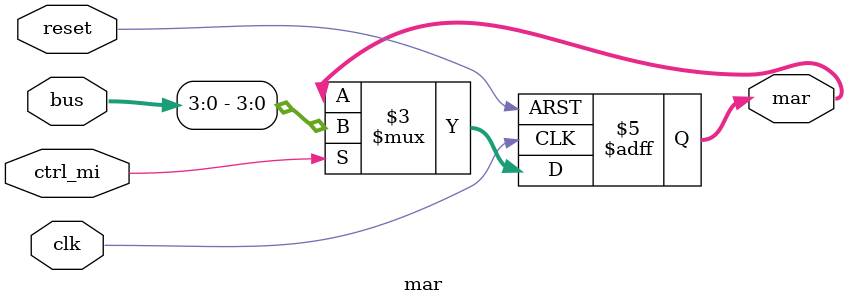
<source format=v>
module mar(
	input clk,
	input reset,
	input ctrl_mi,
	input [7:0] bus,
	output reg[3:0] mar = 0);
	
always @(posedge clk or posedge reset) begin
	if (reset)
		mar <= 0;
	else if (ctrl_mi)
		mar <= bus[3:0];
end

endmodule
</source>
